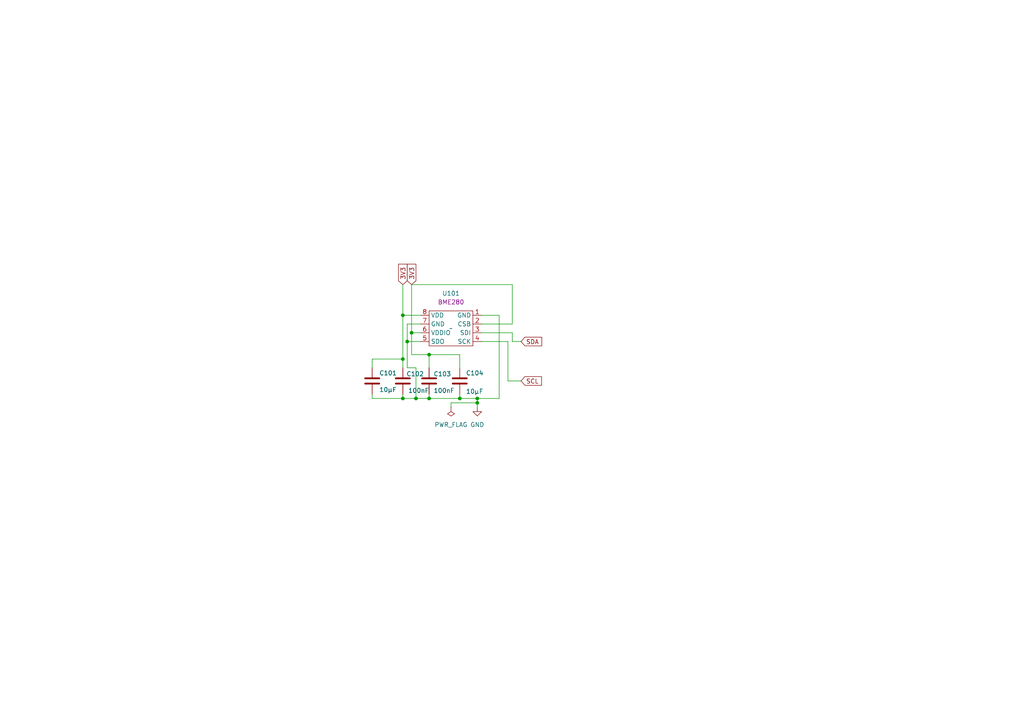
<source format=kicad_sch>
(kicad_sch
	(version 20231120)
	(generator "eeschema")
	(generator_version "8.0")
	(uuid "19420d9c-c79f-4c58-9606-069e2b1abb96")
	(paper "A4")
	(lib_symbols
		(symbol "Device:C"
			(pin_numbers hide)
			(pin_names
				(offset 0.254)
			)
			(exclude_from_sim no)
			(in_bom yes)
			(on_board yes)
			(property "Reference" "C"
				(at 0.635 2.54 0)
				(effects
					(font
						(size 1.27 1.27)
					)
					(justify left)
				)
			)
			(property "Value" "C"
				(at 0.635 -2.54 0)
				(effects
					(font
						(size 1.27 1.27)
					)
					(justify left)
				)
			)
			(property "Footprint" ""
				(at 0.9652 -3.81 0)
				(effects
					(font
						(size 1.27 1.27)
					)
					(hide yes)
				)
			)
			(property "Datasheet" "~"
				(at 0 0 0)
				(effects
					(font
						(size 1.27 1.27)
					)
					(hide yes)
				)
			)
			(property "Description" "Unpolarized capacitor"
				(at 0 0 0)
				(effects
					(font
						(size 1.27 1.27)
					)
					(hide yes)
				)
			)
			(property "ki_keywords" "cap capacitor"
				(at 0 0 0)
				(effects
					(font
						(size 1.27 1.27)
					)
					(hide yes)
				)
			)
			(property "ki_fp_filters" "C_*"
				(at 0 0 0)
				(effects
					(font
						(size 1.27 1.27)
					)
					(hide yes)
				)
			)
			(symbol "C_0_1"
				(polyline
					(pts
						(xy -2.032 -0.762) (xy 2.032 -0.762)
					)
					(stroke
						(width 0.508)
						(type default)
					)
					(fill
						(type none)
					)
				)
				(polyline
					(pts
						(xy -2.032 0.762) (xy 2.032 0.762)
					)
					(stroke
						(width 0.508)
						(type default)
					)
					(fill
						(type none)
					)
				)
			)
			(symbol "C_1_1"
				(pin passive line
					(at 0 3.81 270)
					(length 2.794)
					(name "~"
						(effects
							(font
								(size 1.27 1.27)
							)
						)
					)
					(number "1"
						(effects
							(font
								(size 1.27 1.27)
							)
						)
					)
				)
				(pin passive line
					(at 0 -3.81 90)
					(length 2.794)
					(name "~"
						(effects
							(font
								(size 1.27 1.27)
							)
						)
					)
					(number "2"
						(effects
							(font
								(size 1.27 1.27)
							)
						)
					)
				)
			)
		)
		(symbol "WOBCLibrary:BME280"
			(exclude_from_sim no)
			(in_bom yes)
			(on_board yes)
			(property "Reference" "U"
				(at 0 10.16 0)
				(effects
					(font
						(size 1.27 1.27)
					)
				)
			)
			(property "Value" ""
				(at 0 0 0)
				(effects
					(font
						(size 1.27 1.27)
					)
				)
			)
			(property "Footprint" ""
				(at 0 0 0)
				(effects
					(font
						(size 1.27 1.27)
					)
					(hide yes)
				)
			)
			(property "Datasheet" ""
				(at 0 0 0)
				(effects
					(font
						(size 1.27 1.27)
					)
					(hide yes)
				)
			)
			(property "Description" ""
				(at 0 0 0)
				(effects
					(font
						(size 1.27 1.27)
					)
					(hide yes)
				)
			)
			(property "シンボル名" "BME280"
				(at 0 7.62 0)
				(effects
					(font
						(size 1.27 1.27)
					)
				)
			)
			(symbol "BME280_0_1"
				(rectangle
					(start -6.35 5.08)
					(end 6.35 -5.08)
					(stroke
						(width 0)
						(type default)
					)
					(fill
						(type none)
					)
				)
			)
			(symbol "BME280_1_1"
				(pin input line
					(at 8.89 3.81 180)
					(length 2.54)
					(name "GND"
						(effects
							(font
								(size 1.27 1.27)
							)
						)
					)
					(number "1"
						(effects
							(font
								(size 1.27 1.27)
							)
						)
					)
				)
				(pin input line
					(at 8.89 1.27 180)
					(length 2.54)
					(name "CSB"
						(effects
							(font
								(size 1.27 1.27)
							)
						)
					)
					(number "2"
						(effects
							(font
								(size 1.27 1.27)
							)
						)
					)
				)
				(pin input line
					(at 8.89 -1.27 180)
					(length 2.54)
					(name "SDI"
						(effects
							(font
								(size 1.27 1.27)
							)
						)
					)
					(number "3"
						(effects
							(font
								(size 1.27 1.27)
							)
						)
					)
				)
				(pin input line
					(at 8.89 -3.81 180)
					(length 2.54)
					(name "SCK"
						(effects
							(font
								(size 1.27 1.27)
							)
						)
					)
					(number "4"
						(effects
							(font
								(size 1.27 1.27)
							)
						)
					)
				)
				(pin input line
					(at -8.89 -3.81 0)
					(length 2.54)
					(name "SDO"
						(effects
							(font
								(size 1.27 1.27)
							)
						)
					)
					(number "5"
						(effects
							(font
								(size 1.27 1.27)
							)
						)
					)
				)
				(pin input line
					(at -8.89 -1.27 0)
					(length 2.54)
					(name "VDDIO"
						(effects
							(font
								(size 1.27 1.27)
							)
						)
					)
					(number "6"
						(effects
							(font
								(size 1.27 1.27)
							)
						)
					)
				)
				(pin input line
					(at -8.89 1.27 0)
					(length 2.54)
					(name "GND"
						(effects
							(font
								(size 1.27 1.27)
							)
						)
					)
					(number "7"
						(effects
							(font
								(size 1.27 1.27)
							)
						)
					)
				)
				(pin input line
					(at -8.89 3.81 0)
					(length 2.54)
					(name "VDD"
						(effects
							(font
								(size 1.27 1.27)
							)
						)
					)
					(number "8"
						(effects
							(font
								(size 1.27 1.27)
							)
						)
					)
				)
			)
		)
		(symbol "power:GND"
			(power)
			(pin_names
				(offset 0)
			)
			(exclude_from_sim no)
			(in_bom yes)
			(on_board yes)
			(property "Reference" "#PWR"
				(at 0 -6.35 0)
				(effects
					(font
						(size 1.27 1.27)
					)
					(hide yes)
				)
			)
			(property "Value" "GND"
				(at 0 -3.81 0)
				(effects
					(font
						(size 1.27 1.27)
					)
				)
			)
			(property "Footprint" ""
				(at 0 0 0)
				(effects
					(font
						(size 1.27 1.27)
					)
					(hide yes)
				)
			)
			(property "Datasheet" ""
				(at 0 0 0)
				(effects
					(font
						(size 1.27 1.27)
					)
					(hide yes)
				)
			)
			(property "Description" "Power symbol creates a global label with name \"GND\" , ground"
				(at 0 0 0)
				(effects
					(font
						(size 1.27 1.27)
					)
					(hide yes)
				)
			)
			(property "ki_keywords" "global power"
				(at 0 0 0)
				(effects
					(font
						(size 1.27 1.27)
					)
					(hide yes)
				)
			)
			(symbol "GND_0_1"
				(polyline
					(pts
						(xy 0 0) (xy 0 -1.27) (xy 1.27 -1.27) (xy 0 -2.54) (xy -1.27 -1.27) (xy 0 -1.27)
					)
					(stroke
						(width 0)
						(type default)
					)
					(fill
						(type none)
					)
				)
			)
			(symbol "GND_1_1"
				(pin power_in line
					(at 0 0 270)
					(length 0) hide
					(name "GND"
						(effects
							(font
								(size 1.27 1.27)
							)
						)
					)
					(number "1"
						(effects
							(font
								(size 1.27 1.27)
							)
						)
					)
				)
			)
		)
		(symbol "power:PWR_FLAG"
			(power)
			(pin_numbers hide)
			(pin_names
				(offset 0) hide)
			(exclude_from_sim no)
			(in_bom yes)
			(on_board yes)
			(property "Reference" "#FLG"
				(at 0 1.905 0)
				(effects
					(font
						(size 1.27 1.27)
					)
					(hide yes)
				)
			)
			(property "Value" "PWR_FLAG"
				(at 0 3.81 0)
				(effects
					(font
						(size 1.27 1.27)
					)
				)
			)
			(property "Footprint" ""
				(at 0 0 0)
				(effects
					(font
						(size 1.27 1.27)
					)
					(hide yes)
				)
			)
			(property "Datasheet" "~"
				(at 0 0 0)
				(effects
					(font
						(size 1.27 1.27)
					)
					(hide yes)
				)
			)
			(property "Description" "Special symbol for telling ERC where power comes from"
				(at 0 0 0)
				(effects
					(font
						(size 1.27 1.27)
					)
					(hide yes)
				)
			)
			(property "ki_keywords" "flag power"
				(at 0 0 0)
				(effects
					(font
						(size 1.27 1.27)
					)
					(hide yes)
				)
			)
			(symbol "PWR_FLAG_0_0"
				(pin power_out line
					(at 0 0 90)
					(length 0)
					(name "pwr"
						(effects
							(font
								(size 1.27 1.27)
							)
						)
					)
					(number "1"
						(effects
							(font
								(size 1.27 1.27)
							)
						)
					)
				)
			)
			(symbol "PWR_FLAG_0_1"
				(polyline
					(pts
						(xy 0 0) (xy 0 1.27) (xy -1.016 1.905) (xy 0 2.54) (xy 1.016 1.905) (xy 0 1.27)
					)
					(stroke
						(width 0)
						(type default)
					)
					(fill
						(type none)
					)
				)
			)
		)
	)
	(junction
		(at 124.46 102.87)
		(diameter 0)
		(color 0 0 0 0)
		(uuid "105a7fa9-91c5-4f2b-8620-e286389c4232")
	)
	(junction
		(at 116.84 104.14)
		(diameter 0)
		(color 0 0 0 0)
		(uuid "11772858-3888-4128-a4e7-c271a85151f8")
	)
	(junction
		(at 138.43 116.84)
		(diameter 0)
		(color 0 0 0 0)
		(uuid "287885ca-8d1f-4dd0-aea4-9de23858bdb9")
	)
	(junction
		(at 118.11 99.06)
		(diameter 0)
		(color 0 0 0 0)
		(uuid "37de8c1a-53e8-494e-96d3-632e37eb4661")
	)
	(junction
		(at 116.84 115.57)
		(diameter 0)
		(color 0 0 0 0)
		(uuid "45e86520-cb1c-476b-95cf-c3290b16a195")
	)
	(junction
		(at 119.38 96.52)
		(diameter 0)
		(color 0 0 0 0)
		(uuid "7b85a67f-45fb-4c1a-90ad-b56b854d666e")
	)
	(junction
		(at 124.46 115.57)
		(diameter 0)
		(color 0 0 0 0)
		(uuid "80393b5d-f81f-456f-a992-04ebe5e70f92")
	)
	(junction
		(at 120.65 115.57)
		(diameter 0)
		(color 0 0 0 0)
		(uuid "87bc4830-cfc6-4a02-9f56-1f8052f1b753")
	)
	(junction
		(at 116.84 91.44)
		(diameter 0)
		(color 0 0 0 0)
		(uuid "8ed0f6f4-8689-4d69-8764-3237fff5eb5b")
	)
	(junction
		(at 133.35 115.57)
		(diameter 0)
		(color 0 0 0 0)
		(uuid "96b20b7f-e88a-4173-a3fd-9d45c6360c0e")
	)
	(junction
		(at 138.43 115.57)
		(diameter 0)
		(color 0 0 0 0)
		(uuid "cc08d8ff-c1cf-4093-9765-1c2af5b366bf")
	)
	(wire
		(pts
			(xy 116.84 91.44) (xy 121.92 91.44)
		)
		(stroke
			(width 0)
			(type default)
		)
		(uuid "06990eb9-523e-4fff-bdc6-851a02a87216")
	)
	(wire
		(pts
			(xy 118.11 106.68) (xy 120.65 106.68)
		)
		(stroke
			(width 0)
			(type default)
		)
		(uuid "08b9c6be-8be5-4f86-84a1-6a44cccdc234")
	)
	(wire
		(pts
			(xy 133.35 102.87) (xy 124.46 102.87)
		)
		(stroke
			(width 0)
			(type default)
		)
		(uuid "0f86f327-4624-4422-a9a6-2f31b0ce449b")
	)
	(wire
		(pts
			(xy 138.43 115.57) (xy 138.43 116.84)
		)
		(stroke
			(width 0)
			(type default)
		)
		(uuid "204e6757-0d67-42e9-b2af-4570773af5fe")
	)
	(wire
		(pts
			(xy 148.59 93.98) (xy 139.7 93.98)
		)
		(stroke
			(width 0)
			(type default)
		)
		(uuid "36d658c1-c536-412f-a181-229905ef2ac2")
	)
	(wire
		(pts
			(xy 120.65 115.57) (xy 124.46 115.57)
		)
		(stroke
			(width 0)
			(type default)
		)
		(uuid "3d0dbfb6-1cc9-4624-965e-e2621435fdeb")
	)
	(wire
		(pts
			(xy 148.59 82.55) (xy 148.59 93.98)
		)
		(stroke
			(width 0)
			(type default)
		)
		(uuid "3e6095da-9cbf-4494-a9f4-d8cf53c342c6")
	)
	(wire
		(pts
			(xy 116.84 91.44) (xy 116.84 104.14)
		)
		(stroke
			(width 0)
			(type default)
		)
		(uuid "45ea3ccc-283d-470e-9a66-4f0e4507b448")
	)
	(wire
		(pts
			(xy 116.84 104.14) (xy 116.84 106.68)
		)
		(stroke
			(width 0)
			(type default)
		)
		(uuid "4eadf5df-40fe-4dd4-9682-35c3e18fe224")
	)
	(wire
		(pts
			(xy 107.95 106.68) (xy 107.95 104.14)
		)
		(stroke
			(width 0)
			(type default)
		)
		(uuid "53bf2969-ce5b-46c8-83d4-29f837018063")
	)
	(wire
		(pts
			(xy 124.46 115.57) (xy 133.35 115.57)
		)
		(stroke
			(width 0)
			(type default)
		)
		(uuid "55109e4a-43d3-45e6-b683-3fc2aa5b634e")
	)
	(wire
		(pts
			(xy 107.95 115.57) (xy 116.84 115.57)
		)
		(stroke
			(width 0)
			(type default)
		)
		(uuid "56f32265-5da1-4608-8bbf-24b754b31660")
	)
	(wire
		(pts
			(xy 138.43 116.84) (xy 138.43 118.11)
		)
		(stroke
			(width 0)
			(type default)
		)
		(uuid "5772d6a2-4044-4d9c-abda-2b85c94343fa")
	)
	(wire
		(pts
			(xy 144.78 115.57) (xy 144.78 91.44)
		)
		(stroke
			(width 0)
			(type default)
		)
		(uuid "58feb98f-3530-4605-9414-2c2d5295273d")
	)
	(wire
		(pts
			(xy 139.7 99.06) (xy 147.32 99.06)
		)
		(stroke
			(width 0)
			(type default)
		)
		(uuid "6eabe1f2-fa89-4465-9735-43c39d72fff4")
	)
	(wire
		(pts
			(xy 139.7 96.52) (xy 148.59 96.52)
		)
		(stroke
			(width 0)
			(type default)
		)
		(uuid "75117a6d-0b87-46f6-8af0-52887d8f3b15")
	)
	(wire
		(pts
			(xy 148.59 96.52) (xy 148.59 99.06)
		)
		(stroke
			(width 0)
			(type default)
		)
		(uuid "760857c0-48d0-480c-9cea-a91ef7ab1ff1")
	)
	(wire
		(pts
			(xy 118.11 99.06) (xy 121.92 99.06)
		)
		(stroke
			(width 0)
			(type default)
		)
		(uuid "791a726a-b416-4b98-9628-e9a288c4e81b")
	)
	(wire
		(pts
			(xy 119.38 82.55) (xy 148.59 82.55)
		)
		(stroke
			(width 0)
			(type default)
		)
		(uuid "7b273c35-fe95-4788-baca-35e02e0d4f8e")
	)
	(wire
		(pts
			(xy 119.38 82.55) (xy 119.38 96.52)
		)
		(stroke
			(width 0)
			(type default)
		)
		(uuid "8b5afd11-c134-4972-9b03-98ea39de4c09")
	)
	(wire
		(pts
			(xy 147.32 110.49) (xy 151.13 110.49)
		)
		(stroke
			(width 0)
			(type default)
		)
		(uuid "955fe80d-a4be-4605-ac26-4443637f0f16")
	)
	(wire
		(pts
			(xy 147.32 99.06) (xy 147.32 110.49)
		)
		(stroke
			(width 0)
			(type default)
		)
		(uuid "980c529b-61b4-4340-b7dc-05f9bcda7d15")
	)
	(wire
		(pts
			(xy 119.38 96.52) (xy 121.92 96.52)
		)
		(stroke
			(width 0)
			(type default)
		)
		(uuid "9d6dbaac-8825-4a58-9f9e-fa5e9c5fb462")
	)
	(wire
		(pts
			(xy 133.35 114.3) (xy 133.35 115.57)
		)
		(stroke
			(width 0)
			(type default)
		)
		(uuid "aace92e0-20ee-4fbc-8f98-1c73198a81ff")
	)
	(wire
		(pts
			(xy 124.46 102.87) (xy 124.46 106.68)
		)
		(stroke
			(width 0)
			(type default)
		)
		(uuid "b02e6ccf-f4f7-43c8-82da-f7378d29fc65")
	)
	(wire
		(pts
			(xy 121.92 93.98) (xy 118.11 93.98)
		)
		(stroke
			(width 0)
			(type default)
		)
		(uuid "b25aa423-8b67-49b9-8e72-8d2c9d8076b2")
	)
	(wire
		(pts
			(xy 148.59 99.06) (xy 151.13 99.06)
		)
		(stroke
			(width 0)
			(type default)
		)
		(uuid "b64e9bd2-aaf8-44f1-92c8-0310c60b570b")
	)
	(wire
		(pts
			(xy 138.43 115.57) (xy 144.78 115.57)
		)
		(stroke
			(width 0)
			(type default)
		)
		(uuid "b89b09a9-0800-45fe-bad3-1cc4224ed976")
	)
	(wire
		(pts
			(xy 118.11 99.06) (xy 118.11 106.68)
		)
		(stroke
			(width 0)
			(type default)
		)
		(uuid "bc789bb8-157e-4457-a4ec-57687de5559e")
	)
	(wire
		(pts
			(xy 130.81 116.84) (xy 138.43 116.84)
		)
		(stroke
			(width 0)
			(type default)
		)
		(uuid "be83c67c-fb5b-4927-85e1-bed30d669528")
	)
	(wire
		(pts
			(xy 119.38 96.52) (xy 119.38 102.87)
		)
		(stroke
			(width 0)
			(type default)
		)
		(uuid "c27df7a2-591d-4317-9425-ec01304488ce")
	)
	(wire
		(pts
			(xy 119.38 102.87) (xy 124.46 102.87)
		)
		(stroke
			(width 0)
			(type default)
		)
		(uuid "c8a015c4-4a16-4d22-bcd6-cccaf5bd271b")
	)
	(wire
		(pts
			(xy 133.35 106.68) (xy 133.35 102.87)
		)
		(stroke
			(width 0)
			(type default)
		)
		(uuid "cf920876-1b37-4dfd-9a34-13439f4189ce")
	)
	(wire
		(pts
			(xy 144.78 91.44) (xy 139.7 91.44)
		)
		(stroke
			(width 0)
			(type default)
		)
		(uuid "d348d268-64a9-4fa7-8a10-14e55ce07c35")
	)
	(wire
		(pts
			(xy 133.35 115.57) (xy 138.43 115.57)
		)
		(stroke
			(width 0)
			(type default)
		)
		(uuid "d4320249-5db9-4840-af10-638705bfa06e")
	)
	(wire
		(pts
			(xy 116.84 115.57) (xy 120.65 115.57)
		)
		(stroke
			(width 0)
			(type default)
		)
		(uuid "da88de3c-2071-46e8-96db-038954a5389d")
	)
	(wire
		(pts
			(xy 118.11 93.98) (xy 118.11 99.06)
		)
		(stroke
			(width 0)
			(type default)
		)
		(uuid "dc207011-4239-4804-8a04-cc040fa7b099")
	)
	(wire
		(pts
			(xy 107.95 114.3) (xy 107.95 115.57)
		)
		(stroke
			(width 0)
			(type default)
		)
		(uuid "e3b25722-f58a-4b0d-892a-7894b3ecfcd0")
	)
	(wire
		(pts
			(xy 120.65 106.68) (xy 120.65 115.57)
		)
		(stroke
			(width 0)
			(type default)
		)
		(uuid "ec7754d3-0a66-43bd-be47-d32f5a4e1763")
	)
	(wire
		(pts
			(xy 107.95 104.14) (xy 116.84 104.14)
		)
		(stroke
			(width 0)
			(type default)
		)
		(uuid "f4bd8402-325a-46e0-a8d9-60383603004a")
	)
	(wire
		(pts
			(xy 130.81 118.11) (xy 130.81 116.84)
		)
		(stroke
			(width 0)
			(type default)
		)
		(uuid "f50396de-fdc7-41db-b6cd-97d22cf323cc")
	)
	(wire
		(pts
			(xy 116.84 114.3) (xy 116.84 115.57)
		)
		(stroke
			(width 0)
			(type default)
		)
		(uuid "fb098317-b92d-4fde-8793-e2e9840d4a85")
	)
	(wire
		(pts
			(xy 124.46 114.3) (xy 124.46 115.57)
		)
		(stroke
			(width 0)
			(type default)
		)
		(uuid "fbc378a5-a743-4d65-b58b-7440515b72c8")
	)
	(wire
		(pts
			(xy 116.84 82.55) (xy 116.84 91.44)
		)
		(stroke
			(width 0)
			(type default)
		)
		(uuid "fc4977ef-2131-458a-a87d-04b5447564f2")
	)
	(global_label "SCL"
		(shape input)
		(at 151.13 110.49 0)
		(fields_autoplaced yes)
		(effects
			(font
				(size 1.27 1.27)
			)
			(justify left)
		)
		(uuid "1fdc924a-3078-4e17-bee6-b913331f14dd")
		(property "Intersheetrefs" "${INTERSHEET_REFS}"
			(at 157.6228 110.49 0)
			(effects
				(font
					(size 1.27 1.27)
				)
				(justify left)
				(hide yes)
			)
		)
	)
	(global_label "3V3"
		(shape input)
		(at 116.84 82.55 90)
		(fields_autoplaced yes)
		(effects
			(font
				(size 1.27 1.27)
			)
			(justify left)
		)
		(uuid "454e629f-5a83-46b4-87dc-e6244074f256")
		(property "Intersheetrefs" "${INTERSHEET_REFS}"
			(at 116.84 76.0572 90)
			(effects
				(font
					(size 1.27 1.27)
				)
				(justify left)
				(hide yes)
			)
		)
	)
	(global_label "3V3"
		(shape input)
		(at 119.38 82.55 90)
		(fields_autoplaced yes)
		(effects
			(font
				(size 1.27 1.27)
			)
			(justify left)
		)
		(uuid "641f1c6d-eb00-44b1-8cd9-10d3bddd210c")
		(property "Intersheetrefs" "${INTERSHEET_REFS}"
			(at 119.38 76.0572 90)
			(effects
				(font
					(size 1.27 1.27)
				)
				(justify left)
				(hide yes)
			)
		)
	)
	(global_label "SDA"
		(shape input)
		(at 151.13 99.06 0)
		(fields_autoplaced yes)
		(effects
			(font
				(size 1.27 1.27)
			)
			(justify left)
		)
		(uuid "e775a4cf-b290-4d51-9ae2-8612eace6aee")
		(property "Intersheetrefs" "${INTERSHEET_REFS}"
			(at 157.6833 99.06 0)
			(effects
				(font
					(size 1.27 1.27)
				)
				(justify left)
				(hide yes)
			)
		)
	)
	(symbol
		(lib_id "Device:C")
		(at 116.84 110.49 0)
		(unit 1)
		(exclude_from_sim no)
		(in_bom yes)
		(on_board yes)
		(dnp no)
		(uuid "19b3d358-5301-404f-bef9-009e4d13f1a9")
		(property "Reference" "C102"
			(at 117.856 108.458 0)
			(effects
				(font
					(size 1.27 1.27)
				)
				(justify left)
			)
		)
		(property "Value" "100nF"
			(at 118.364 113.284 0)
			(effects
				(font
					(size 1.27 1.27)
				)
				(justify left)
			)
		)
		(property "Footprint" "Capacitor_SMD:C_0402_1005Metric"
			(at 117.8052 114.3 0)
			(effects
				(font
					(size 1.27 1.27)
				)
				(hide yes)
			)
		)
		(property "Datasheet" "~"
			(at 116.84 110.49 0)
			(effects
				(font
					(size 1.27 1.27)
				)
				(hide yes)
			)
		)
		(property "Description" ""
			(at 116.84 110.49 0)
			(effects
				(font
					(size 1.27 1.27)
				)
				(hide yes)
			)
		)
		(property "LCSC" ""
			(at 116.84 110.49 0)
			(effects
				(font
					(size 1.27 1.27)
				)
				(hide yes)
			)
		)
		(pin "1"
			(uuid "cfdfb380-e112-4b8e-9949-c94fa7f8ef51")
		)
		(pin "2"
			(uuid "377fc8d6-db1e-481a-9793-d98fa1a26928")
		)
		(instances
			(project "Pressure"
				(path "/19420d9c-c79f-4c58-9606-069e2b1abb96"
					(reference "C102")
					(unit 1)
				)
			)
		)
	)
	(symbol
		(lib_id "Device:C")
		(at 107.95 110.49 0)
		(unit 1)
		(exclude_from_sim no)
		(in_bom yes)
		(on_board yes)
		(dnp no)
		(uuid "8584b2f0-547c-4b73-808b-c9f3050cc7be")
		(property "Reference" "C101"
			(at 109.982 108.204 0)
			(effects
				(font
					(size 1.27 1.27)
				)
				(justify left)
			)
		)
		(property "Value" "10μF"
			(at 109.982 113.03 0)
			(effects
				(font
					(size 1.27 1.27)
				)
				(justify left)
			)
		)
		(property "Footprint" "Capacitor_SMD:C_0402_1005Metric"
			(at 108.9152 114.3 0)
			(effects
				(font
					(size 1.27 1.27)
				)
				(hide yes)
			)
		)
		(property "Datasheet" "~"
			(at 107.95 110.49 0)
			(effects
				(font
					(size 1.27 1.27)
				)
				(hide yes)
			)
		)
		(property "Description" ""
			(at 107.95 110.49 0)
			(effects
				(font
					(size 1.27 1.27)
				)
				(hide yes)
			)
		)
		(property "フィールド5" ""
			(at 107.95 110.49 0)
			(effects
				(font
					(size 1.27 1.27)
				)
				(hide yes)
			)
		)
		(property "LCSC" ""
			(at 107.95 110.49 0)
			(effects
				(font
					(size 1.27 1.27)
				)
				(hide yes)
			)
		)
		(pin "1"
			(uuid "28a9f0e5-9d10-4503-9767-de675b824a49")
		)
		(pin "2"
			(uuid "0f3d61fc-b21e-4989-abfd-9fc3cc3feb7d")
		)
		(instances
			(project "Pressure"
				(path "/19420d9c-c79f-4c58-9606-069e2b1abb96"
					(reference "C101")
					(unit 1)
				)
			)
		)
	)
	(symbol
		(lib_id "Device:C")
		(at 124.46 110.49 0)
		(unit 1)
		(exclude_from_sim no)
		(in_bom yes)
		(on_board yes)
		(dnp no)
		(uuid "9e07f4d2-7be4-4572-a801-1505eb3e04af")
		(property "Reference" "C103"
			(at 125.73 108.458 0)
			(effects
				(font
					(size 1.27 1.27)
				)
				(justify left)
			)
		)
		(property "Value" "100nF"
			(at 125.73 113.284 0)
			(effects
				(font
					(size 1.27 1.27)
				)
				(justify left)
			)
		)
		(property "Footprint" "Capacitor_SMD:C_0402_1005Metric"
			(at 125.4252 114.3 0)
			(effects
				(font
					(size 1.27 1.27)
				)
				(hide yes)
			)
		)
		(property "Datasheet" "~"
			(at 124.46 110.49 0)
			(effects
				(font
					(size 1.27 1.27)
				)
				(hide yes)
			)
		)
		(property "Description" ""
			(at 124.46 110.49 0)
			(effects
				(font
					(size 1.27 1.27)
				)
				(hide yes)
			)
		)
		(property "LCSC" ""
			(at 124.46 110.49 0)
			(effects
				(font
					(size 1.27 1.27)
				)
				(hide yes)
			)
		)
		(pin "1"
			(uuid "b0e541e2-5e4d-45be-8619-1ff0ba9ad7d3")
		)
		(pin "2"
			(uuid "42f1a122-e47f-431d-b268-e0d842e2d4f9")
		)
		(instances
			(project "Pressure"
				(path "/19420d9c-c79f-4c58-9606-069e2b1abb96"
					(reference "C103")
					(unit 1)
				)
			)
		)
	)
	(symbol
		(lib_id "WOBCLibrary:BME280")
		(at 130.81 95.25 0)
		(unit 1)
		(exclude_from_sim no)
		(in_bom yes)
		(on_board yes)
		(dnp no)
		(fields_autoplaced yes)
		(uuid "a41264ad-15fb-4fc5-8fae-8ee696435c5d")
		(property "Reference" "U101"
			(at 130.81 85.09 0)
			(effects
				(font
					(size 1.27 1.27)
				)
			)
		)
		(property "Value" "~"
			(at 130.81 95.25 0)
			(effects
				(font
					(size 1.27 1.27)
				)
			)
		)
		(property "Footprint" "WOBCLibrary:BMI088"
			(at 130.81 95.25 0)
			(effects
				(font
					(size 1.27 1.27)
				)
				(hide yes)
			)
		)
		(property "Datasheet" ""
			(at 130.81 95.25 0)
			(effects
				(font
					(size 1.27 1.27)
				)
				(hide yes)
			)
		)
		(property "Description" ""
			(at 130.81 95.25 0)
			(effects
				(font
					(size 1.27 1.27)
				)
				(hide yes)
			)
		)
		(property "シンボル名" "BME280"
			(at 130.81 87.63 0)
			(effects
				(font
					(size 1.27 1.27)
				)
			)
		)
		(property "LCSC" ""
			(at 130.81 95.25 0)
			(effects
				(font
					(size 1.27 1.27)
				)
				(hide yes)
			)
		)
		(pin "3"
			(uuid "7767db14-93b0-402d-911c-843ff051f618")
		)
		(pin "1"
			(uuid "300fa49a-b0f9-4e7b-9ce6-650f41d6a382")
		)
		(pin "7"
			(uuid "07a60bdf-5b0e-47a7-9471-db42c27fd602")
		)
		(pin "2"
			(uuid "70725b1d-6274-4307-a9cc-62fa610f320a")
		)
		(pin "6"
			(uuid "7c439fd1-b815-4881-8e67-e7c6b09813fd")
		)
		(pin "4"
			(uuid "2858a7c0-970f-4848-9b95-db38248c83e3")
		)
		(pin "5"
			(uuid "682ef54e-5549-4483-8c91-507573a6597b")
		)
		(pin "8"
			(uuid "dbbb6de2-063a-4755-bedb-cb0e9834e02f")
		)
		(instances
			(project "Pressure"
				(path "/19420d9c-c79f-4c58-9606-069e2b1abb96"
					(reference "U101")
					(unit 1)
				)
			)
		)
	)
	(symbol
		(lib_id "power:GND")
		(at 138.43 118.11 0)
		(unit 1)
		(exclude_from_sim no)
		(in_bom yes)
		(on_board yes)
		(dnp no)
		(fields_autoplaced yes)
		(uuid "bc8b568a-e35a-424a-a7bc-3ec7f5d4d581")
		(property "Reference" "#PWR0101"
			(at 138.43 124.46 0)
			(effects
				(font
					(size 1.27 1.27)
				)
				(hide yes)
			)
		)
		(property "Value" "GND"
			(at 138.43 123.19 0)
			(effects
				(font
					(size 1.27 1.27)
				)
			)
		)
		(property "Footprint" ""
			(at 138.43 118.11 0)
			(effects
				(font
					(size 1.27 1.27)
				)
				(hide yes)
			)
		)
		(property "Datasheet" ""
			(at 138.43 118.11 0)
			(effects
				(font
					(size 1.27 1.27)
				)
				(hide yes)
			)
		)
		(property "Description" ""
			(at 138.43 118.11 0)
			(effects
				(font
					(size 1.27 1.27)
				)
				(hide yes)
			)
		)
		(pin "1"
			(uuid "ded4aba8-c541-4b05-bdfb-ba087a12181f")
		)
		(instances
			(project "Pressure"
				(path "/19420d9c-c79f-4c58-9606-069e2b1abb96"
					(reference "#PWR0101")
					(unit 1)
				)
			)
		)
	)
	(symbol
		(lib_id "power:PWR_FLAG")
		(at 130.81 118.11 180)
		(unit 1)
		(exclude_from_sim no)
		(in_bom yes)
		(on_board yes)
		(dnp no)
		(fields_autoplaced yes)
		(uuid "c59503a3-d156-4115-9650-7ff760b1a066")
		(property "Reference" "#FLG0101"
			(at 130.81 120.015 0)
			(effects
				(font
					(size 1.27 1.27)
				)
				(hide yes)
			)
		)
		(property "Value" "PWR_FLAG"
			(at 130.81 123.19 0)
			(effects
				(font
					(size 1.27 1.27)
				)
			)
		)
		(property "Footprint" ""
			(at 130.81 118.11 0)
			(effects
				(font
					(size 1.27 1.27)
				)
				(hide yes)
			)
		)
		(property "Datasheet" "~"
			(at 130.81 118.11 0)
			(effects
				(font
					(size 1.27 1.27)
				)
				(hide yes)
			)
		)
		(property "Description" ""
			(at 130.81 118.11 0)
			(effects
				(font
					(size 1.27 1.27)
				)
				(hide yes)
			)
		)
		(pin "1"
			(uuid "6af86e8f-6b06-4623-8f08-f20875586ac9")
		)
		(instances
			(project "Pressure"
				(path "/19420d9c-c79f-4c58-9606-069e2b1abb96"
					(reference "#FLG0101")
					(unit 1)
				)
			)
		)
	)
	(symbol
		(lib_id "Device:C")
		(at 133.35 110.49 0)
		(unit 1)
		(exclude_from_sim no)
		(in_bom yes)
		(on_board yes)
		(dnp no)
		(uuid "c6676d44-ff52-4f04-815c-eb56f8573789")
		(property "Reference" "C104"
			(at 135.128 108.204 0)
			(effects
				(font
					(size 1.27 1.27)
				)
				(justify left)
			)
		)
		(property "Value" "10μF"
			(at 135.128 113.538 0)
			(effects
				(font
					(size 1.27 1.27)
				)
				(justify left)
			)
		)
		(property "Footprint" "Capacitor_SMD:C_0402_1005Metric"
			(at 134.3152 114.3 0)
			(effects
				(font
					(size 1.27 1.27)
				)
				(hide yes)
			)
		)
		(property "Datasheet" "~"
			(at 133.35 110.49 0)
			(effects
				(font
					(size 1.27 1.27)
				)
				(hide yes)
			)
		)
		(property "Description" ""
			(at 133.35 110.49 0)
			(effects
				(font
					(size 1.27 1.27)
				)
				(hide yes)
			)
		)
		(property "LCSC" ""
			(at 133.35 110.49 0)
			(effects
				(font
					(size 1.27 1.27)
				)
				(hide yes)
			)
		)
		(pin "1"
			(uuid "af4c722c-b3d9-4b64-9154-891e54a7653d")
		)
		(pin "2"
			(uuid "c22a19b7-a248-48a5-945d-f2dda1db2f4e")
		)
		(instances
			(project "Pressure"
				(path "/19420d9c-c79f-4c58-9606-069e2b1abb96"
					(reference "C104")
					(unit 1)
				)
			)
		)
	)
	(sheet_instances
		(path "/"
			(page "1")
		)
	)
)
</source>
